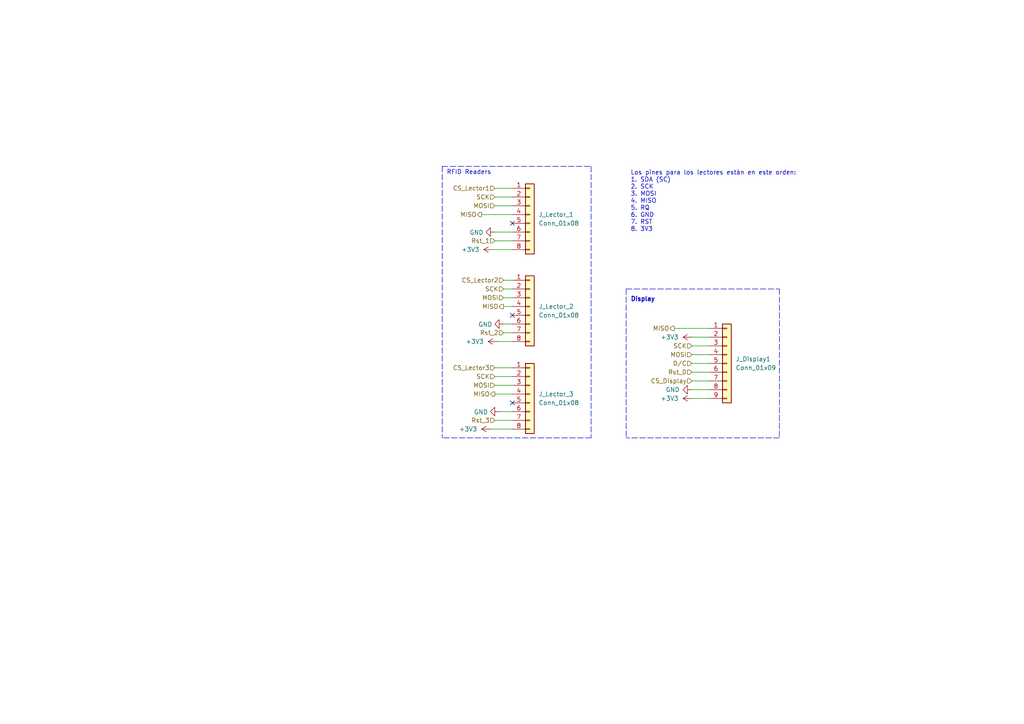
<source format=kicad_sch>
(kicad_sch (version 20211123) (generator eeschema)
  (paper "A4")
  (lib_symbols
    (symbol "Connector_Generic:Conn_01x08" (pin_names (offset 1.016) hide)
      (property "Reference" "J" (at 0 10.16 0))
      (property "Value" "Conn_01x08" (at 0 -12.7 0))
      (symbol "Conn_01x08_1_1"
        (rectangle (start -1.27 -10.033) (end 0 -10.287) (stroke (width 0.1524)))
        (rectangle (start -1.27 -7.493) (end 0 -7.747) (stroke (width 0.1524)))
        (rectangle (start -1.27 -4.953) (end 0 -5.207) (stroke (width 0.1524)))
        (rectangle (start -1.27 -2.413) (end 0 -2.667) (stroke (width 0.1524)))
        (rectangle (start -1.27 0.127) (end 0 -0.127) (stroke (width 0.1524)))
        (rectangle (start -1.27 2.667) (end 0 2.413) (stroke (width 0.1524)))
        (rectangle (start -1.27 5.207) (end 0 4.953) (stroke (width 0.1524)))
        (rectangle (start -1.27 7.747) (end 0 7.493) (stroke (width 0.1524)))
        (rectangle (start -1.27 8.89) (end 1.27 -11.43) (stroke (width 0.254)) (fill (type background)))
        (pin passive line (at -5.08 7.62 0) (length 3.81) (name "Pin_1") (number "1"))
        (pin passive line (at -5.08 5.08 0) (length 3.81) (name "Pin_2") (number "2"))
        (pin passive line (at -5.08 2.54 0) (length 3.81) (name "Pin_3") (number "3"))
        (pin passive line (at -5.08 0 0) (length 3.81) (name "Pin_4") (number "4"))
        (pin passive line (at -5.08 -2.54 0) (length 3.81) (name "Pin_5") (number "5"))
        (pin passive line (at -5.08 -5.08 0) (length 3.81) (name "Pin_6") (number "6"))
        (pin passive line (at -5.08 -7.62 0) (length 3.81) (name "Pin_7") (number "7"))
        (pin passive line (at -5.08 -10.16 0) (length 3.81) (name "Pin_8") (number "8"))
      )
    )
    (symbol "Connector_Generic:Conn_01x09" (pin_names (offset 1.016) hide)
      (property "Reference" "J" (at 0 12.7 0))
      (property "Value" "Conn_01x09" (at 0 -12.7 0))
      (symbol "Conn_01x09_1_1"
        (rectangle (start -1.27 -10.033) (end 0 -10.287) (stroke (width 0.1524)))
        (rectangle (start -1.27 -7.493) (end 0 -7.747) (stroke (width 0.1524)))
        (rectangle (start -1.27 -4.953) (end 0 -5.207) (stroke (width 0.1524)))
        (rectangle (start -1.27 -2.413) (end 0 -2.667) (stroke (width 0.1524)))
        (rectangle (start -1.27 0.127) (end 0 -0.127) (stroke (width 0.1524)))
        (rectangle (start -1.27 2.667) (end 0 2.413) (stroke (width 0.1524)))
        (rectangle (start -1.27 5.207) (end 0 4.953) (stroke (width 0.1524)))
        (rectangle (start -1.27 7.747) (end 0 7.493) (stroke (width 0.1524)))
        (rectangle (start -1.27 10.287) (end 0 10.033) (stroke (width 0.1524)))
        (rectangle (start -1.27 11.43) (end 1.27 -11.43) (stroke (width 0.254)) (fill (type background)))
        (pin passive line (at -5.08 10.16 0) (length 3.81) (name "Pin_1") (number "1"))
        (pin passive line (at -5.08 7.62 0) (length 3.81) (name "Pin_2") (number "2"))
        (pin passive line (at -5.08 5.08 0) (length 3.81) (name "Pin_3") (number "3"))
        (pin passive line (at -5.08 2.54 0) (length 3.81) (name "Pin_4") (number "4"))
        (pin passive line (at -5.08 0 0) (length 3.81) (name "Pin_5") (number "5"))
        (pin passive line (at -5.08 -2.54 0) (length 3.81) (name "Pin_6") (number "6"))
        (pin passive line (at -5.08 -5.08 0) (length 3.81) (name "Pin_7") (number "7"))
        (pin passive line (at -5.08 -7.62 0) (length 3.81) (name "Pin_8") (number "8"))
        (pin passive line (at -5.08 -10.16 0) (length 3.81) (name "Pin_9") (number "9"))
      )
    )
    (symbol "power:+3.3V" (power) (pin_names (offset 0))
      (property "Value" "+3.3V" (at 0 3.556 0))
      (symbol "+3.3V_0_1"
        (polyline (pts (xy -0.762 1.27) (xy 0 2.54)))
        (polyline (pts (xy 0 0) (xy 0 2.54)))
        (polyline (pts (xy 0 2.54) (xy 0.762 1.27)))
      )
      (symbol "+3.3V_1_1"
        (pin power_in line (at 0 0 90) (length 0) hide (name "+3V3") (number "1"))
      )
    )
    (symbol "power:GND" (power) (pin_names (offset 0))
      (property "Value" "GND" (at 0 -3.81 0))
      (symbol "GND_0_1"
        (polyline (pts (xy 0 0) (xy 0 -1.27) (xy 1.27 -1.27) (xy 0 -2.54) (xy -1.27 -1.27) (xy 0 -1.27)))
      )
      (symbol "GND_1_1"
        (pin power_in line (at 0 0 270) (length 0) hide (name "GND") (number "1"))
      )
    )
  )
  (no_connect (at 148.59 91.44))
  (no_connect (at 148.59 116.84))
  (no_connect (at 148.59 64.77))
  (wire (pts (xy 143.51 67.31) (xy 148.59 67.31)))
  (wire (pts (xy 144.78 119.38) (xy 148.59 119.38)))
  (polyline (pts (xy 226.06 127) (xy 181.61 127)))
  (wire (pts (xy 143.51 121.92) (xy 148.59 121.92)))
  (wire (pts (xy 200.66 113.03) (xy 205.74 113.03)))
  (wire (pts (xy 143.51 57.15) (xy 148.59 57.15)))
  (polyline (pts (xy 171.45 48.26) (xy 171.45 127)))
  (wire (pts (xy 200.66 102.87) (xy 205.74 102.87)))
  (wire (pts (xy 143.51 106.68) (xy 148.59 106.68)))
  (polyline (pts (xy 128.27 48.26) (xy 171.45 48.26)))
  (wire (pts (xy 200.66 105.41) (xy 205.74 105.41)))
  (wire (pts (xy 146.05 96.52) (xy 148.59 96.52)))
  (wire (pts (xy 200.66 115.57) (xy 205.74 115.57)))
  (wire (pts (xy 143.51 109.22) (xy 148.59 109.22)))
  (wire (pts (xy 143.51 111.76) (xy 148.59 111.76)))
  (wire (pts (xy 200.66 107.95) (xy 205.74 107.95)))
  (wire (pts (xy 195.58 95.25) (xy 205.74 95.25)))
  (wire (pts (xy 200.66 110.49) (xy 205.74 110.49)))
  (polyline (pts (xy 181.61 83.82) (xy 181.61 127)))
  (wire (pts (xy 142.24 124.46) (xy 148.59 124.46)))
  (wire (pts (xy 200.66 100.33) (xy 205.74 100.33)))
  (wire (pts (xy 144.145 99.06) (xy 148.59 99.06)))
  (wire (pts (xy 146.05 88.9) (xy 148.59 88.9)))
  (polyline (pts (xy 226.06 83.82) (xy 226.06 127)))
  (wire (pts (xy 146.05 93.98) (xy 148.59 93.98)))
  (wire (pts (xy 143.51 54.61) (xy 148.59 54.61)))
  (wire (pts (xy 146.05 86.36) (xy 148.59 86.36)))
  (wire (pts (xy 146.05 81.28) (xy 148.59 81.28)))
  (polyline (pts (xy 181.61 83.82) (xy 226.06 83.82)))
  (polyline (pts (xy 171.45 127) (xy 128.27 127)))
  (wire (pts (xy 143.51 114.3) (xy 148.59 114.3)))
  (wire (pts (xy 146.05 83.82) (xy 148.59 83.82)))
  (wire (pts (xy 143.51 59.69) (xy 148.59 59.69)))
  (wire (pts (xy 139.7 62.23) (xy 148.59 62.23)))
  (polyline (pts (xy 128.27 48.26) (xy 128.27 127)))
  (wire (pts (xy 142.875 72.39) (xy 148.59 72.39)))
  (wire (pts (xy 200.66 97.79) (xy 205.74 97.79)))
  (wire (pts (xy 148.59 69.85) (xy 143.51 69.85)))
  (text "RFID Readers\n" (at 129.54 50.8 0) (effects (font (size 1.27 1.27)) (justify left bottom)))
  (text "Display" (at 182.88 87.63 0) (effects (font (size 1.27 1.27) (thickness 0.254) bold) (justify left bottom)))
  (text "Los pines para los lectores están en este orden:\n1. SDA (SC)\n2. SCK\n3. MOSI\n4. MISO\n5. RQ\n6. GND\n7. RST\n8. 3V3\n" (at 182.88 67.31 0) (effects (font (size 1.27 1.27)) (justify left bottom)))
  (hierarchical_label "SCK" (shape input) (at 143.51 57.15 180))
  (hierarchical_label "CS_Display" (shape input) (at 200.66 110.49 180))
  (hierarchical_label "SCK" (shape input) (at 143.51 109.22 180))
  (hierarchical_label "MISO" (shape output) (at 143.51 114.3 180))
  (hierarchical_label "Rst_D" (shape input) (at 200.66 107.95 180))
  (hierarchical_label "SCK" (shape input) (at 200.66 100.33 180))
  (hierarchical_label "Rst_3" (shape input) (at 143.51 121.92 180))
  (hierarchical_label "D{slash}C" (shape input) (at 200.66 105.41 180))
  (hierarchical_label "Rst_1" (shape input) (at 143.51 69.85 180))
  (hierarchical_label "MOSI" (shape input) (at 200.66 102.87 180))
  (hierarchical_label "CS_Lector1" (shape input) (at 143.51 54.61 180))
  (hierarchical_label "Rst_2" (shape input) (at 146.05 96.52 180))
  (hierarchical_label "MOSI" (shape input) (at 146.05 86.36 180))
  (hierarchical_label "MOSI" (shape input) (at 143.51 111.76 180))
  (hierarchical_label "MISO" (shape output) (at 139.7 62.23 180))
  (hierarchical_label "CS_Lector2" (shape input) (at 146.05 81.28 180))
  (hierarchical_label "MOSI" (shape input) (at 143.51 59.69 180))
  (hierarchical_label "CS_Lector3" (shape input) (at 143.51 106.68 180))
  (hierarchical_label "MISO" (shape output) (at 195.58 95.25 180))
  (hierarchical_label "MISO" (shape output) (at 146.05 88.9 180))
  (hierarchical_label "SCK" (shape input) (at 146.05 83.82 180))
  (symbol (lib_id "power:+3.3V") (at 142.875 72.39 90) (unit 1)
    (property "Reference" "#PWR0136" (effects hide))
    (property "Value" "+3.3V" (at 139.065 72.39 90) (effects (justify left)))
  )
  (symbol (lib_id "Connector_Generic:Conn_01x09") (at 210.82 105.41 0) (unit 1)
    (property "Reference" "J_Display1" (at 213.36 104.1399 0) (effects (justify left)))
    (property "Value" "Conn_01x09" (at 213.36 106.6799 0) (effects (justify left)))
    (property "Footprint" "Connector_JST:JST_EH_S9B-EH_1x09_P2.50mm_Horizontal" (effects hide))
  )
  (symbol (lib_id "power:GND") (at 143.51 67.31 270) (unit 1)
    (property "Reference" "#PWR0135" (effects hide))
    (property "Value" "GND" (at 140.2588 67.437 90) (effects (justify right)))
  )
  (symbol (lib_id "power:+3.3V") (at 142.24 124.46 90) (unit 1)
    (property "Reference" "#PWR0137" (effects hide))
    (property "Value" "+3.3V" (at 138.43 124.46 90) (effects (justify left)))
  )
  (symbol (lib_id "Connector_Generic:Conn_01x08") (at 153.67 88.9 0) (unit 1)
    (property "Reference" "J_Lector_2" (at 156.21 88.8999 0) (effects (justify left)))
    (property "Value" "Conn_01x08" (at 156.21 91.4399 0) (effects (justify left)))
    (property "Footprint" "Connector_JST:JST_EH_S8B-EH_1x08_P2.50mm_Horizontal" (effects hide))
  )
  (symbol (lib_id "power:GND") (at 144.78 119.38 270) (unit 1)
    (property "Reference" "#PWR0138" (effects hide))
    (property "Value" "GND" (at 141.5288 119.507 90) (effects (justify right)))
  )
  (symbol (lib_id "power:GND") (at 200.66 113.03 270) (unit 1)
    (property "Reference" "#PWR0141" (effects hide))
    (property "Value" "GND" (at 193.04 113.03 90) (effects (justify left)))
  )
  (symbol (lib_id "power:+3.3V") (at 200.66 115.57 90) (unit 1)
    (property "Reference" "#PWR0142" (effects hide))
    (property "Value" "+3.3V" (at 196.85 115.57 90) (effects (justify left)))
  )
  (symbol (lib_id "power:GND") (at 146.05 93.98 270) (unit 1)
    (property "Reference" "#PWR0139" (effects hide))
    (property "Value" "GND" (at 142.7988 94.107 90) (effects (justify right)))
  )
  (symbol (lib_id "power:+3.3V") (at 200.66 97.79 90) (unit 1)
    (property "Reference" "#PWR0143" (effects hide))
    (property "Value" "+3.3V" (at 196.85 97.79 90) (effects (justify left)))
  )
  (symbol (lib_id "Connector_Generic:Conn_01x08") (at 153.67 62.23 0) (unit 1)
    (property "Reference" "J_Lector_1" (at 156.21 62.2299 0) (effects (justify left)))
    (property "Value" "Conn_01x08" (at 156.21 64.7699 0) (effects (justify left)))
    (property "Footprint" "Connector_JST:JST_EH_S8B-EH_1x08_P2.50mm_Horizontal" (effects hide))
  )
  (symbol (lib_id "power:+3.3V") (at 144.145 99.06 90) (unit 1)
    (property "Reference" "#PWR0140" (effects hide))
    (property "Value" "+3.3V" (at 140.335 99.06 90) (effects (justify left)))
  )
  (symbol (lib_id "Connector_Generic:Conn_01x08") (at 153.67 114.3 0) (unit 1)
    (property "Reference" "J_Lector_3" (at 156.21 114.2999 0) (effects (justify left)))
    (property "Value" "Conn_01x08" (at 156.21 116.8399 0) (effects (justify left)))
    (property "Footprint" "Connector_JST:JST_EH_S8B-EH_1x08_P2.50mm_Horizontal" (effects hide))
  )
)
</source>
